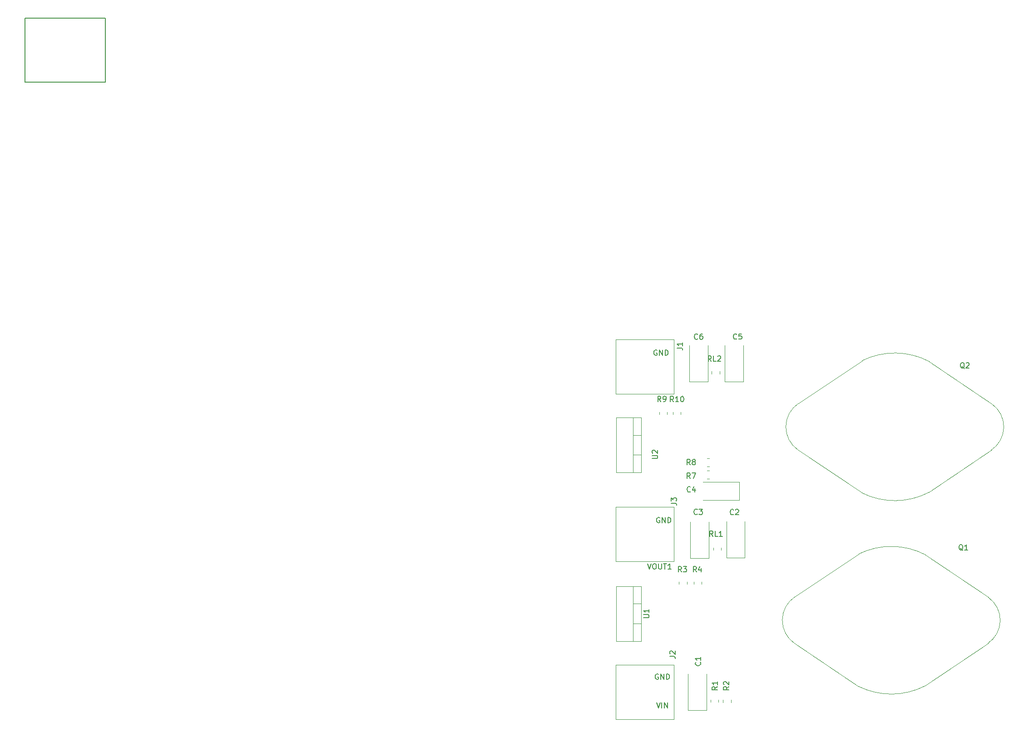
<source format=gbr>
%TF.GenerationSoftware,KiCad,Pcbnew,(6.0.5)*%
%TF.CreationDate,2023-07-06T17:20:31+08:00*%
%TF.ProjectId,compare,636f6d70-6172-4652-9e6b-696361645f70,rev?*%
%TF.SameCoordinates,Original*%
%TF.FileFunction,Legend,Top*%
%TF.FilePolarity,Positive*%
%FSLAX46Y46*%
G04 Gerber Fmt 4.6, Leading zero omitted, Abs format (unit mm)*
G04 Created by KiCad (PCBNEW (6.0.5)) date 2023-07-06 17:20:31*
%MOMM*%
%LPD*%
G01*
G04 APERTURE LIST*
%ADD10C,0.150000*%
%ADD11C,0.120000*%
G04 APERTURE END LIST*
D10*
X117776761Y-127722380D02*
X118110095Y-128722380D01*
X118443428Y-127722380D01*
X118776761Y-128722380D02*
X118776761Y-127722380D01*
X119252952Y-128722380D02*
X119252952Y-127722380D01*
X119824380Y-128722380D01*
X119824380Y-127722380D01*
X116125904Y-101814380D02*
X116459238Y-102814380D01*
X116792571Y-101814380D01*
X117316380Y-101814380D02*
X117506857Y-101814380D01*
X117602095Y-101862000D01*
X117697333Y-101957238D01*
X117744952Y-102147714D01*
X117744952Y-102481047D01*
X117697333Y-102671523D01*
X117602095Y-102766761D01*
X117506857Y-102814380D01*
X117316380Y-102814380D01*
X117221142Y-102766761D01*
X117125904Y-102671523D01*
X117078285Y-102481047D01*
X117078285Y-102147714D01*
X117125904Y-101957238D01*
X117221142Y-101862000D01*
X117316380Y-101814380D01*
X118173523Y-101814380D02*
X118173523Y-102623904D01*
X118221142Y-102719142D01*
X118268761Y-102766761D01*
X118364000Y-102814380D01*
X118554476Y-102814380D01*
X118649714Y-102766761D01*
X118697333Y-102719142D01*
X118744952Y-102623904D01*
X118744952Y-101814380D01*
X119078285Y-101814380D02*
X119649714Y-101814380D01*
X119364000Y-102814380D02*
X119364000Y-101814380D01*
X120506857Y-102814380D02*
X119935428Y-102814380D01*
X120221142Y-102814380D02*
X120221142Y-101814380D01*
X120125904Y-101957238D01*
X120030666Y-102052476D01*
X119935428Y-102100095D01*
X118110095Y-122436000D02*
X118014857Y-122388380D01*
X117872000Y-122388380D01*
X117729142Y-122436000D01*
X117633904Y-122531238D01*
X117586285Y-122626476D01*
X117538666Y-122816952D01*
X117538666Y-122959809D01*
X117586285Y-123150285D01*
X117633904Y-123245523D01*
X117729142Y-123340761D01*
X117872000Y-123388380D01*
X117967238Y-123388380D01*
X118110095Y-123340761D01*
X118157714Y-123293142D01*
X118157714Y-122959809D01*
X117967238Y-122959809D01*
X118586285Y-123388380D02*
X118586285Y-122388380D01*
X119157714Y-123388380D01*
X119157714Y-122388380D01*
X119633904Y-123388380D02*
X119633904Y-122388380D01*
X119872000Y-122388380D01*
X120014857Y-122436000D01*
X120110095Y-122531238D01*
X120157714Y-122626476D01*
X120205333Y-122816952D01*
X120205333Y-122959809D01*
X120157714Y-123150285D01*
X120110095Y-123245523D01*
X120014857Y-123340761D01*
X119872000Y-123388380D01*
X119633904Y-123388380D01*
X118364095Y-93226000D02*
X118268857Y-93178380D01*
X118126000Y-93178380D01*
X117983142Y-93226000D01*
X117887904Y-93321238D01*
X117840285Y-93416476D01*
X117792666Y-93606952D01*
X117792666Y-93749809D01*
X117840285Y-93940285D01*
X117887904Y-94035523D01*
X117983142Y-94130761D01*
X118126000Y-94178380D01*
X118221238Y-94178380D01*
X118364095Y-94130761D01*
X118411714Y-94083142D01*
X118411714Y-93749809D01*
X118221238Y-93749809D01*
X118840285Y-94178380D02*
X118840285Y-93178380D01*
X119411714Y-94178380D01*
X119411714Y-93178380D01*
X119887904Y-94178380D02*
X119887904Y-93178380D01*
X120126000Y-93178380D01*
X120268857Y-93226000D01*
X120364095Y-93321238D01*
X120411714Y-93416476D01*
X120459333Y-93606952D01*
X120459333Y-93749809D01*
X120411714Y-93940285D01*
X120364095Y-94035523D01*
X120268857Y-94130761D01*
X120126000Y-94178380D01*
X119887904Y-94178380D01*
X117856095Y-61984000D02*
X117760857Y-61936380D01*
X117618000Y-61936380D01*
X117475142Y-61984000D01*
X117379904Y-62079238D01*
X117332285Y-62174476D01*
X117284666Y-62364952D01*
X117284666Y-62507809D01*
X117332285Y-62698285D01*
X117379904Y-62793523D01*
X117475142Y-62888761D01*
X117618000Y-62936380D01*
X117713238Y-62936380D01*
X117856095Y-62888761D01*
X117903714Y-62841142D01*
X117903714Y-62507809D01*
X117713238Y-62507809D01*
X118332285Y-62936380D02*
X118332285Y-61936380D01*
X118903714Y-62936380D01*
X118903714Y-61936380D01*
X119379904Y-62936380D02*
X119379904Y-61936380D01*
X119618000Y-61936380D01*
X119760857Y-61984000D01*
X119856095Y-62079238D01*
X119903714Y-62174476D01*
X119951333Y-62364952D01*
X119951333Y-62507809D01*
X119903714Y-62698285D01*
X119856095Y-62793523D01*
X119760857Y-62888761D01*
X119618000Y-62936380D01*
X119379904Y-62936380D01*
X0Y0D02*
X15000000Y0D01*
X15000000Y0D02*
X15000000Y-12000000D01*
X15000000Y-12000000D02*
X0Y-12000000D01*
X0Y-12000000D02*
X0Y0D01*
%TO.C,R10*%
X120946942Y-71597779D02*
X120613609Y-71121589D01*
X120375514Y-71597779D02*
X120375514Y-70597779D01*
X120756466Y-70597779D01*
X120851704Y-70645399D01*
X120899323Y-70693018D01*
X120946942Y-70788256D01*
X120946942Y-70931113D01*
X120899323Y-71026351D01*
X120851704Y-71073970D01*
X120756466Y-71121589D01*
X120375514Y-71121589D01*
X121899323Y-71597779D02*
X121327895Y-71597779D01*
X121613609Y-71597779D02*
X121613609Y-70597779D01*
X121518371Y-70740637D01*
X121423133Y-70835875D01*
X121327895Y-70883494D01*
X122518371Y-70597779D02*
X122613609Y-70597779D01*
X122708847Y-70645399D01*
X122756466Y-70693018D01*
X122804085Y-70788256D01*
X122851704Y-70978732D01*
X122851704Y-71216827D01*
X122804085Y-71407303D01*
X122756466Y-71502541D01*
X122708847Y-71550160D01*
X122613609Y-71597779D01*
X122518371Y-71597779D01*
X122423133Y-71550160D01*
X122375514Y-71502541D01*
X122327895Y-71407303D01*
X122280276Y-71216827D01*
X122280276Y-70978732D01*
X122327895Y-70788256D01*
X122375514Y-70693018D01*
X122423133Y-70645399D01*
X122518371Y-70597779D01*
%TO.C,R4*%
X125229733Y-103345879D02*
X124896400Y-102869689D01*
X124658304Y-103345879D02*
X124658304Y-102345879D01*
X125039257Y-102345879D01*
X125134495Y-102393499D01*
X125182114Y-102441118D01*
X125229733Y-102536356D01*
X125229733Y-102679213D01*
X125182114Y-102774451D01*
X125134495Y-102822070D01*
X125039257Y-102869689D01*
X124658304Y-102869689D01*
X126086876Y-102679213D02*
X126086876Y-103345879D01*
X125848780Y-102298260D02*
X125610685Y-103012546D01*
X126229733Y-103012546D01*
%TO.C,J1*%
X121651780Y-61572732D02*
X122366066Y-61572732D01*
X122508923Y-61620351D01*
X122604161Y-61715589D01*
X122651780Y-61858446D01*
X122651780Y-61953684D01*
X122651780Y-60572732D02*
X122651780Y-61144160D01*
X122651780Y-60858446D02*
X121651780Y-60858446D01*
X121794638Y-60953684D01*
X121889876Y-61048922D01*
X121937495Y-61144160D01*
%TO.C,R7*%
X124064733Y-85897979D02*
X123731400Y-85421789D01*
X123493304Y-85897979D02*
X123493304Y-84897979D01*
X123874257Y-84897979D01*
X123969495Y-84945599D01*
X124017114Y-84993218D01*
X124064733Y-85088456D01*
X124064733Y-85231313D01*
X124017114Y-85326551D01*
X123969495Y-85374170D01*
X123874257Y-85421789D01*
X123493304Y-85421789D01*
X124398066Y-84897979D02*
X125064733Y-84897979D01*
X124636161Y-85897979D01*
%TO.C,Q1*%
X174910761Y-99328218D02*
X174815523Y-99280599D01*
X174720285Y-99185360D01*
X174577428Y-99042503D01*
X174482190Y-98994884D01*
X174386952Y-98994884D01*
X174434571Y-99232979D02*
X174339333Y-99185360D01*
X174244095Y-99090122D01*
X174196476Y-98899646D01*
X174196476Y-98566313D01*
X174244095Y-98375837D01*
X174339333Y-98280599D01*
X174434571Y-98232979D01*
X174625047Y-98232979D01*
X174720285Y-98280599D01*
X174815523Y-98375837D01*
X174863142Y-98566313D01*
X174863142Y-98899646D01*
X174815523Y-99090122D01*
X174720285Y-99185360D01*
X174625047Y-99232979D01*
X174434571Y-99232979D01*
X175815523Y-99232979D02*
X175244095Y-99232979D01*
X175529809Y-99232979D02*
X175529809Y-98232979D01*
X175434571Y-98375837D01*
X175339333Y-98471075D01*
X175244095Y-98518694D01*
%TO.C,R3*%
X122439133Y-103345879D02*
X122105800Y-102869689D01*
X121867704Y-103345879D02*
X121867704Y-102345879D01*
X122248657Y-102345879D01*
X122343895Y-102393499D01*
X122391514Y-102441118D01*
X122439133Y-102536356D01*
X122439133Y-102679213D01*
X122391514Y-102774451D01*
X122343895Y-102822070D01*
X122248657Y-102869689D01*
X121867704Y-102869689D01*
X122772466Y-102345879D02*
X123391514Y-102345879D01*
X123058180Y-102726832D01*
X123201038Y-102726832D01*
X123296276Y-102774451D01*
X123343895Y-102822070D01*
X123391514Y-102917308D01*
X123391514Y-103155403D01*
X123343895Y-103250641D01*
X123296276Y-103298260D01*
X123201038Y-103345879D01*
X122915323Y-103345879D01*
X122820085Y-103298260D01*
X122772466Y-103250641D01*
%TO.C,C5*%
X132731207Y-59830041D02*
X132683588Y-59877660D01*
X132540731Y-59925279D01*
X132445493Y-59925279D01*
X132302635Y-59877660D01*
X132207397Y-59782422D01*
X132159778Y-59687184D01*
X132112159Y-59496708D01*
X132112159Y-59353851D01*
X132159778Y-59163375D01*
X132207397Y-59068137D01*
X132302635Y-58972899D01*
X132445493Y-58925279D01*
X132540731Y-58925279D01*
X132683588Y-58972899D01*
X132731207Y-59020518D01*
X133635969Y-58925279D02*
X133159778Y-58925279D01*
X133112159Y-59401470D01*
X133159778Y-59353851D01*
X133255016Y-59306232D01*
X133493112Y-59306232D01*
X133588350Y-59353851D01*
X133635969Y-59401470D01*
X133683588Y-59496708D01*
X133683588Y-59734803D01*
X133635969Y-59830041D01*
X133588350Y-59877660D01*
X133493112Y-59925279D01*
X133255016Y-59925279D01*
X133159778Y-59877660D01*
X133112159Y-59830041D01*
%TO.C,R9*%
X118603733Y-71572379D02*
X118270400Y-71096189D01*
X118032304Y-71572379D02*
X118032304Y-70572379D01*
X118413257Y-70572379D01*
X118508495Y-70619999D01*
X118556114Y-70667618D01*
X118603733Y-70762856D01*
X118603733Y-70905713D01*
X118556114Y-71000951D01*
X118508495Y-71048570D01*
X118413257Y-71096189D01*
X118032304Y-71096189D01*
X119079923Y-71572379D02*
X119270400Y-71572379D01*
X119365638Y-71524760D01*
X119413257Y-71477141D01*
X119508495Y-71334284D01*
X119556114Y-71143808D01*
X119556114Y-70762856D01*
X119508495Y-70667618D01*
X119460876Y-70619999D01*
X119365638Y-70572379D01*
X119175161Y-70572379D01*
X119079923Y-70619999D01*
X119032304Y-70667618D01*
X118984685Y-70762856D01*
X118984685Y-71000951D01*
X119032304Y-71096189D01*
X119079923Y-71143808D01*
X119175161Y-71191427D01*
X119365638Y-71191427D01*
X119460876Y-71143808D01*
X119508495Y-71096189D01*
X119556114Y-71000951D01*
%TO.C,C6*%
X125461733Y-59842641D02*
X125414114Y-59890260D01*
X125271257Y-59937879D01*
X125176019Y-59937879D01*
X125033161Y-59890260D01*
X124937923Y-59795022D01*
X124890304Y-59699784D01*
X124842685Y-59509308D01*
X124842685Y-59366451D01*
X124890304Y-59175975D01*
X124937923Y-59080737D01*
X125033161Y-58985499D01*
X125176019Y-58937879D01*
X125271257Y-58937879D01*
X125414114Y-58985499D01*
X125461733Y-59033118D01*
X126318876Y-58937879D02*
X126128400Y-58937879D01*
X126033161Y-58985499D01*
X125985542Y-59033118D01*
X125890304Y-59175975D01*
X125842685Y-59366451D01*
X125842685Y-59747403D01*
X125890304Y-59842641D01*
X125937923Y-59890260D01*
X126033161Y-59937879D01*
X126223638Y-59937879D01*
X126318876Y-59890260D01*
X126366495Y-59842641D01*
X126414114Y-59747403D01*
X126414114Y-59509308D01*
X126366495Y-59414070D01*
X126318876Y-59366451D01*
X126223638Y-59318832D01*
X126033161Y-59318832D01*
X125937923Y-59366451D01*
X125890304Y-59414070D01*
X125842685Y-59509308D01*
%TO.C,U2*%
X116990180Y-82194303D02*
X117799704Y-82194303D01*
X117894942Y-82146684D01*
X117942561Y-82099065D01*
X117990180Y-82003827D01*
X117990180Y-81813351D01*
X117942561Y-81718113D01*
X117894942Y-81670494D01*
X117799704Y-81622875D01*
X116990180Y-81622875D01*
X117085419Y-81194303D02*
X117037800Y-81146684D01*
X116990180Y-81051446D01*
X116990180Y-80813351D01*
X117037800Y-80718113D01*
X117085419Y-80670494D01*
X117180657Y-80622875D01*
X117275895Y-80622875D01*
X117418752Y-80670494D01*
X117990180Y-81241922D01*
X117990180Y-80622875D01*
%TO.C,RL1*%
X128295371Y-96718379D02*
X127962038Y-96242189D01*
X127723942Y-96718379D02*
X127723942Y-95718379D01*
X128104895Y-95718379D01*
X128200133Y-95765999D01*
X128247752Y-95813618D01*
X128295371Y-95908856D01*
X128295371Y-96051713D01*
X128247752Y-96146951D01*
X128200133Y-96194570D01*
X128104895Y-96242189D01*
X127723942Y-96242189D01*
X129200133Y-96718379D02*
X128723942Y-96718379D01*
X128723942Y-95718379D01*
X130057276Y-96718379D02*
X129485847Y-96718379D01*
X129771561Y-96718379D02*
X129771561Y-95718379D01*
X129676323Y-95861237D01*
X129581085Y-95956475D01*
X129485847Y-96004094D01*
%TO.C,R1*%
X129130680Y-124753665D02*
X128654490Y-125086999D01*
X129130680Y-125325094D02*
X128130680Y-125325094D01*
X128130680Y-124944141D01*
X128178300Y-124848903D01*
X128225919Y-124801284D01*
X128321157Y-124753665D01*
X128464014Y-124753665D01*
X128559252Y-124801284D01*
X128606871Y-124848903D01*
X128654490Y-124944141D01*
X128654490Y-125325094D01*
X129130680Y-123801284D02*
X129130680Y-124372713D01*
X129130680Y-124086999D02*
X128130680Y-124086999D01*
X128273538Y-124182237D01*
X128368776Y-124277475D01*
X128416395Y-124372713D01*
%TO.C,Q2*%
X175193561Y-65404818D02*
X175098323Y-65357199D01*
X175003085Y-65261960D01*
X174860228Y-65119103D01*
X174764990Y-65071484D01*
X174669752Y-65071484D01*
X174717371Y-65309579D02*
X174622133Y-65261960D01*
X174526895Y-65166722D01*
X174479276Y-64976246D01*
X174479276Y-64642913D01*
X174526895Y-64452437D01*
X174622133Y-64357199D01*
X174717371Y-64309579D01*
X174907847Y-64309579D01*
X175003085Y-64357199D01*
X175098323Y-64452437D01*
X175145942Y-64642913D01*
X175145942Y-64976246D01*
X175098323Y-65166722D01*
X175003085Y-65261960D01*
X174907847Y-65309579D01*
X174717371Y-65309579D01*
X175526895Y-64404818D02*
X175574514Y-64357199D01*
X175669752Y-64309579D01*
X175907847Y-64309579D01*
X176003085Y-64357199D01*
X176050704Y-64404818D01*
X176098323Y-64500056D01*
X176098323Y-64595294D01*
X176050704Y-64738151D01*
X175479276Y-65309579D01*
X176098323Y-65309579D01*
%TO.C,U1*%
X115375580Y-111886903D02*
X116185104Y-111886903D01*
X116280342Y-111839284D01*
X116327961Y-111791665D01*
X116375580Y-111696427D01*
X116375580Y-111505951D01*
X116327961Y-111410713D01*
X116280342Y-111363094D01*
X116185104Y-111315475D01*
X115375580Y-111315475D01*
X116375580Y-110315475D02*
X116375580Y-110886903D01*
X116375580Y-110601189D02*
X115375580Y-110601189D01*
X115518438Y-110696427D01*
X115613676Y-110791665D01*
X115661295Y-110886903D01*
%TO.C,J2*%
X120254780Y-119078332D02*
X120969066Y-119078332D01*
X121111923Y-119125951D01*
X121207161Y-119221189D01*
X121254780Y-119364046D01*
X121254780Y-119459284D01*
X120350019Y-118649760D02*
X120302400Y-118602141D01*
X120254780Y-118506903D01*
X120254780Y-118268808D01*
X120302400Y-118173570D01*
X120350019Y-118125951D01*
X120445257Y-118078332D01*
X120540495Y-118078332D01*
X120683352Y-118125951D01*
X121254780Y-118697379D01*
X121254780Y-118078332D01*
%TO.C,C2*%
X132141933Y-92584541D02*
X132094314Y-92632160D01*
X131951457Y-92679779D01*
X131856219Y-92679779D01*
X131713361Y-92632160D01*
X131618123Y-92536922D01*
X131570504Y-92441684D01*
X131522885Y-92251208D01*
X131522885Y-92108351D01*
X131570504Y-91917875D01*
X131618123Y-91822637D01*
X131713361Y-91727399D01*
X131856219Y-91679779D01*
X131951457Y-91679779D01*
X132094314Y-91727399D01*
X132141933Y-91775018D01*
X132522885Y-91775018D02*
X132570504Y-91727399D01*
X132665742Y-91679779D01*
X132903838Y-91679779D01*
X132999076Y-91727399D01*
X133046695Y-91775018D01*
X133094314Y-91870256D01*
X133094314Y-91965494D01*
X133046695Y-92108351D01*
X132475266Y-92679779D01*
X133094314Y-92679779D01*
%TO.C,R8*%
X124064733Y-83357979D02*
X123731400Y-82881789D01*
X123493304Y-83357979D02*
X123493304Y-82357979D01*
X123874257Y-82357979D01*
X123969495Y-82405599D01*
X124017114Y-82453218D01*
X124064733Y-82548456D01*
X124064733Y-82691313D01*
X124017114Y-82786551D01*
X123969495Y-82834170D01*
X123874257Y-82881789D01*
X123493304Y-82881789D01*
X124636161Y-82786551D02*
X124540923Y-82738932D01*
X124493304Y-82691313D01*
X124445685Y-82596075D01*
X124445685Y-82548456D01*
X124493304Y-82453218D01*
X124540923Y-82405599D01*
X124636161Y-82357979D01*
X124826638Y-82357979D01*
X124921876Y-82405599D01*
X124969495Y-82453218D01*
X125017114Y-82548456D01*
X125017114Y-82596075D01*
X124969495Y-82691313D01*
X124921876Y-82738932D01*
X124826638Y-82786551D01*
X124636161Y-82786551D01*
X124540923Y-82834170D01*
X124493304Y-82881789D01*
X124445685Y-82977027D01*
X124445685Y-83167503D01*
X124493304Y-83262741D01*
X124540923Y-83310360D01*
X124636161Y-83357979D01*
X124826638Y-83357979D01*
X124921876Y-83310360D01*
X124969495Y-83262741D01*
X125017114Y-83167503D01*
X125017114Y-82977027D01*
X124969495Y-82881789D01*
X124921876Y-82834170D01*
X124826638Y-82786551D01*
%TO.C,C1*%
X125936642Y-120196165D02*
X125984261Y-120243784D01*
X126031880Y-120386641D01*
X126031880Y-120481879D01*
X125984261Y-120624737D01*
X125889023Y-120719975D01*
X125793785Y-120767594D01*
X125603309Y-120815213D01*
X125460452Y-120815213D01*
X125269976Y-120767594D01*
X125174738Y-120719975D01*
X125079500Y-120624737D01*
X125031880Y-120481879D01*
X125031880Y-120386641D01*
X125079500Y-120243784D01*
X125127119Y-120196165D01*
X126031880Y-119243784D02*
X126031880Y-119815213D01*
X126031880Y-119529499D02*
X125031880Y-119529499D01*
X125174738Y-119624737D01*
X125269976Y-119719975D01*
X125317595Y-119815213D01*
%TO.C,RL2*%
X127996656Y-64053979D02*
X127663323Y-63577789D01*
X127425227Y-64053979D02*
X127425227Y-63053979D01*
X127806180Y-63053979D01*
X127901418Y-63101599D01*
X127949037Y-63149218D01*
X127996656Y-63244456D01*
X127996656Y-63387313D01*
X127949037Y-63482551D01*
X127901418Y-63530170D01*
X127806180Y-63577789D01*
X127425227Y-63577789D01*
X128901418Y-64053979D02*
X128425227Y-64053979D01*
X128425227Y-63053979D01*
X129187132Y-63149218D02*
X129234751Y-63101599D01*
X129329989Y-63053979D01*
X129568085Y-63053979D01*
X129663323Y-63101599D01*
X129710942Y-63149218D01*
X129758561Y-63244456D01*
X129758561Y-63339694D01*
X129710942Y-63482551D01*
X129139513Y-64053979D01*
X129758561Y-64053979D01*
%TO.C,C4*%
X124102733Y-88342741D02*
X124055114Y-88390360D01*
X123912257Y-88437979D01*
X123817019Y-88437979D01*
X123674161Y-88390360D01*
X123578923Y-88295122D01*
X123531304Y-88199884D01*
X123483685Y-88009408D01*
X123483685Y-87866551D01*
X123531304Y-87676075D01*
X123578923Y-87580837D01*
X123674161Y-87485599D01*
X123817019Y-87437979D01*
X123912257Y-87437979D01*
X124055114Y-87485599D01*
X124102733Y-87533218D01*
X124959876Y-87771313D02*
X124959876Y-88437979D01*
X124721780Y-87390360D02*
X124483685Y-88104646D01*
X125102733Y-88104646D01*
%TO.C,J3*%
X120508780Y-90503333D02*
X121223066Y-90503333D01*
X121365923Y-90550952D01*
X121461161Y-90646190D01*
X121508780Y-90789047D01*
X121508780Y-90884285D01*
X120508780Y-90122380D02*
X120508780Y-89503333D01*
X120889733Y-89836666D01*
X120889733Y-89693809D01*
X120937352Y-89598571D01*
X120984971Y-89550952D01*
X121080209Y-89503333D01*
X121318304Y-89503333D01*
X121413542Y-89550952D01*
X121461161Y-89598571D01*
X121508780Y-89693809D01*
X121508780Y-89979523D01*
X121461161Y-90074761D01*
X121413542Y-90122380D01*
%TO.C,C3*%
X125385533Y-92533741D02*
X125337914Y-92581360D01*
X125195057Y-92628979D01*
X125099819Y-92628979D01*
X124956961Y-92581360D01*
X124861723Y-92486122D01*
X124814104Y-92390884D01*
X124766485Y-92200408D01*
X124766485Y-92057551D01*
X124814104Y-91867075D01*
X124861723Y-91771837D01*
X124956961Y-91676599D01*
X125099819Y-91628979D01*
X125195057Y-91628979D01*
X125337914Y-91676599D01*
X125385533Y-91724218D01*
X125718866Y-91628979D02*
X126337914Y-91628979D01*
X126004580Y-92009932D01*
X126147438Y-92009932D01*
X126242676Y-92057551D01*
X126290295Y-92105170D01*
X126337914Y-92200408D01*
X126337914Y-92438503D01*
X126290295Y-92533741D01*
X126242676Y-92581360D01*
X126147438Y-92628979D01*
X125861723Y-92628979D01*
X125766485Y-92581360D01*
X125718866Y-92533741D01*
%TO.C,R2*%
X131289680Y-124730165D02*
X130813490Y-125063499D01*
X131289680Y-125301594D02*
X130289680Y-125301594D01*
X130289680Y-124920641D01*
X130337300Y-124825403D01*
X130384919Y-124777784D01*
X130480157Y-124730165D01*
X130623014Y-124730165D01*
X130718252Y-124777784D01*
X130765871Y-124825403D01*
X130813490Y-124920641D01*
X130813490Y-125301594D01*
X130384919Y-124349213D02*
X130337300Y-124301594D01*
X130289680Y-124206356D01*
X130289680Y-123968260D01*
X130337300Y-123873022D01*
X130384919Y-123825403D01*
X130480157Y-123777784D01*
X130575395Y-123777784D01*
X130718252Y-123825403D01*
X131289680Y-124396832D01*
X131289680Y-123777784D01*
D11*
%TO.C,R10*%
X120829400Y-73483735D02*
X120829400Y-73937863D01*
X122299400Y-73483735D02*
X122299400Y-73937863D01*
%TO.C,R4*%
X124741000Y-105182935D02*
X124741000Y-105637063D01*
X126211000Y-105182935D02*
X126211000Y-105637063D01*
%TO.C,J1*%
X110195400Y-70129399D02*
X120995400Y-70129399D01*
X120995400Y-70129399D02*
X120995400Y-59969399D01*
X120995400Y-59969399D02*
X110195400Y-59969399D01*
X110195400Y-59969399D02*
X110195400Y-70129399D01*
%TO.C,R7*%
X127633464Y-84456599D02*
X127179336Y-84456599D01*
X127633464Y-85926599D02*
X127179336Y-85926599D01*
%TO.C,Q1*%
X155466000Y-100008599D02*
X143566000Y-108008599D01*
X155466000Y-124708599D02*
X143466000Y-116608599D01*
X167866000Y-100108599D02*
X179666000Y-108108599D01*
X167866000Y-124608599D02*
X179666000Y-116608599D01*
X167971870Y-100164448D02*
G75*
G03*
X155466000Y-100008599I-6405870J-12194151D01*
G01*
X179513176Y-116712458D02*
G75*
G03*
X179666000Y-108108599I-2847176J4353859D01*
G01*
X143566000Y-108008599D02*
G75*
G03*
X143489033Y-116656293I2899999J-4350000D01*
G01*
X155466000Y-124708600D02*
G75*
G03*
X167971870Y-124552751I6100000J12350001D01*
G01*
%TO.C,R3*%
X121997800Y-105637063D02*
X121997800Y-105182935D01*
X123467800Y-105637063D02*
X123467800Y-105182935D01*
%TO.C,C5*%
X133942400Y-67842899D02*
X133942400Y-61082899D01*
X130522400Y-67842899D02*
X133942400Y-67842899D01*
X130522400Y-61082899D02*
X130522400Y-67842899D01*
%TO.C,R9*%
X119784800Y-73963263D02*
X119784800Y-73509135D01*
X118314800Y-73963263D02*
X118314800Y-73509135D01*
%TO.C,C6*%
X127338400Y-67855499D02*
X127338400Y-61095499D01*
X123918400Y-61095499D02*
X123918400Y-67855499D01*
X123918400Y-67855499D02*
X127338400Y-67855499D01*
%TO.C,U2*%
X110299400Y-74534399D02*
X110299400Y-84774399D01*
X114940400Y-84774399D02*
X110299400Y-84774399D01*
X114940400Y-74534399D02*
X110299400Y-74534399D01*
X114940400Y-74534399D02*
X114940400Y-84774399D01*
X114940400Y-81505399D02*
X113430400Y-81505399D01*
X113430400Y-74534399D02*
X113430400Y-84774399D01*
X114940400Y-77804399D02*
X113430400Y-77804399D01*
%TO.C,RL1*%
X129855800Y-99287063D02*
X129855800Y-98832935D01*
X128385800Y-99287063D02*
X128385800Y-98832935D01*
%TO.C,R1*%
X129362500Y-127633463D02*
X129362500Y-127179335D01*
X127892500Y-127633463D02*
X127892500Y-127179335D01*
%TO.C,Q2*%
X156129800Y-63926199D02*
X144229800Y-71926199D01*
X156129800Y-88626199D02*
X144129800Y-80526199D01*
X168529800Y-88526199D02*
X180329800Y-80526199D01*
X168529800Y-64026199D02*
X180329800Y-72026199D01*
X168635670Y-64082048D02*
G75*
G03*
X156129800Y-63926199I-6405870J-12194151D01*
G01*
X144229800Y-71926199D02*
G75*
G03*
X144152833Y-80573893I2899999J-4350000D01*
G01*
X180176976Y-80630058D02*
G75*
G03*
X180329800Y-72026199I-2847176J4353859D01*
G01*
X156129800Y-88626200D02*
G75*
G03*
X168635670Y-88470351I6100000J12350001D01*
G01*
%TO.C,U1*%
X113413200Y-106004999D02*
X113413200Y-116244999D01*
X114923200Y-109274999D02*
X113413200Y-109274999D01*
X114923200Y-116244999D02*
X110282200Y-116244999D01*
X110282200Y-106004999D02*
X110282200Y-116244999D01*
X114923200Y-106004999D02*
X114923200Y-116244999D01*
X114923200Y-106004999D02*
X110282200Y-106004999D01*
X114923200Y-112975999D02*
X113413200Y-112975999D01*
%TO.C,J2*%
X110195400Y-130809999D02*
X120995400Y-130809999D01*
X120995400Y-130809999D02*
X120995400Y-120649999D01*
X120995400Y-120649999D02*
X110195400Y-120649999D01*
X110195400Y-120649999D02*
X110195400Y-130809999D01*
%TO.C,C2*%
X134272600Y-100686399D02*
X134272600Y-93926399D01*
X130852600Y-93926399D02*
X130852600Y-100686399D01*
X130852600Y-100686399D02*
X134272600Y-100686399D01*
%TO.C,R8*%
X127179336Y-82170599D02*
X127633464Y-82170599D01*
X127179336Y-83640599D02*
X127633464Y-83640599D01*
%TO.C,C1*%
X123666300Y-129148899D02*
X127086300Y-129148899D01*
X123666300Y-122388899D02*
X123666300Y-129148899D01*
X127086300Y-129148899D02*
X127086300Y-122388899D01*
%TO.C,RL2*%
X129563800Y-66368663D02*
X129563800Y-65914535D01*
X128093800Y-66368663D02*
X128093800Y-65914535D01*
%TO.C,C4*%
X126476400Y-89949599D02*
X133236400Y-89949599D01*
X133236400Y-86529599D02*
X126476400Y-86529599D01*
X133236400Y-89949599D02*
X133236400Y-86529599D01*
%TO.C,J3*%
X110195400Y-101409499D02*
X120995400Y-101409499D01*
X120995400Y-101409499D02*
X120995400Y-91249499D01*
X120995400Y-91249499D02*
X110195400Y-91249499D01*
X110195400Y-91249499D02*
X110195400Y-101409499D01*
%TO.C,C3*%
X127516200Y-100762599D02*
X127516200Y-94002599D01*
X124096200Y-94002599D02*
X124096200Y-100762599D01*
X124096200Y-100762599D02*
X127516200Y-100762599D01*
%TO.C,R2*%
X131673900Y-127232035D02*
X131673900Y-127686163D01*
X130203900Y-127232035D02*
X130203900Y-127686163D01*
%TD*%
M02*

</source>
